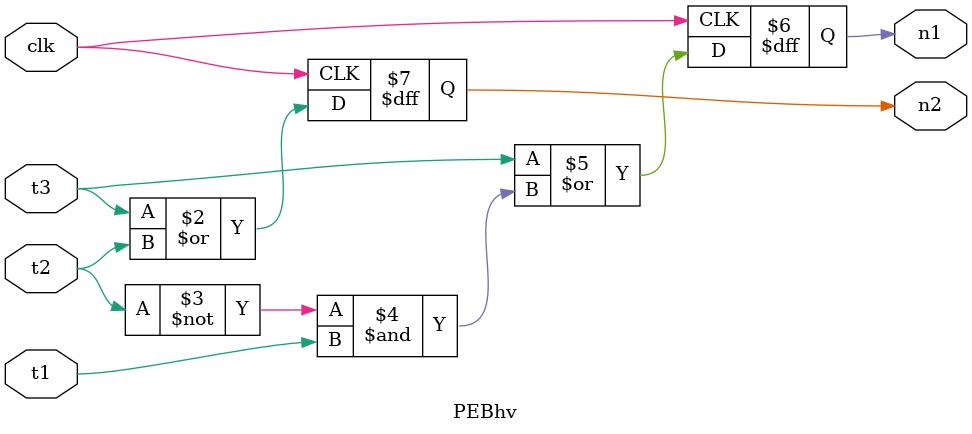
<source format=v>
`timescale 1ns / 1ps
module PEBhv(t1,t2,t3,n1,n2,clk);
	
	input t1,t2,t3,clk;
	output n1,n2;
	wire t1,t2,t3,clk;
	reg n1,n2;
	always@(negedge clk) begin
//	or ore( n2,t3,t2 );
//	not(tmp2,t2);
//	and and1(tmp,t1,tmp2);
//	or or2( n1,t3,tmp);
	n2 = t3 | t2;
	n1 = (t3 | ((~t2)&(t1))); 
	end
endmodule

</source>
